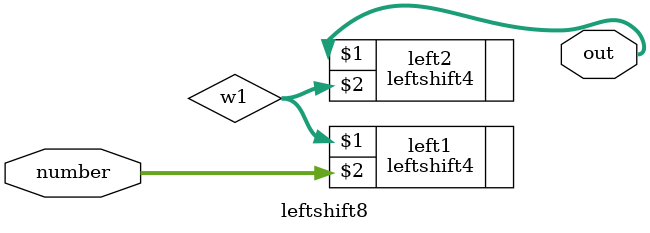
<source format=v>
module leftshift8(out, number);
    input [31:0] number;
    output [31:0] out;

    wire [31:0] w1;
    leftshift4 left1(w1, number);
    leftshift4 left2(out, w1);

endmodule
</source>
